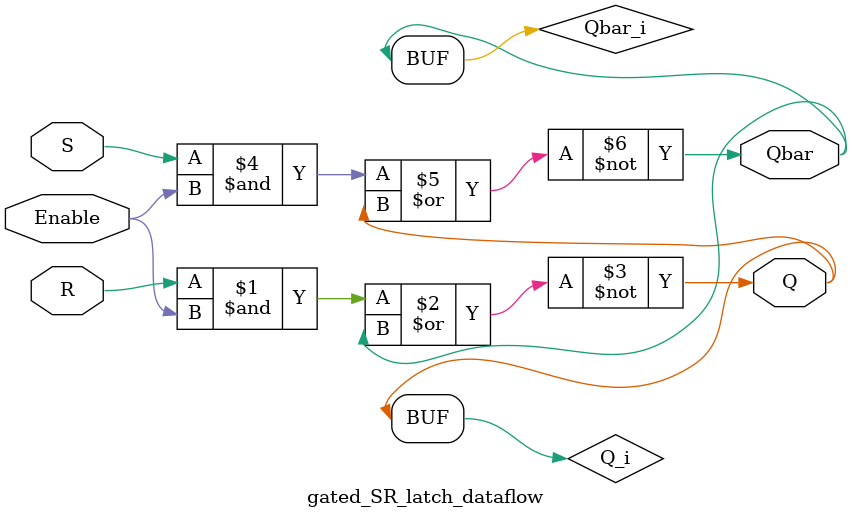
<source format=v>
`timescale 1ns / 1ps


module gated_SR_latch_dataflow(
    input R,
    input S,
    input Enable,
    output Q,
    output Qbar
    );
    
    assign #2 Q_i = Q;
    assign #2 Qbar_i = Qbar;
    assign #2 Q = ~ ((R & Enable) | Qbar);
    assign #2 Qbar = ~ ((S & Enable) | Q);

endmodule

</source>
